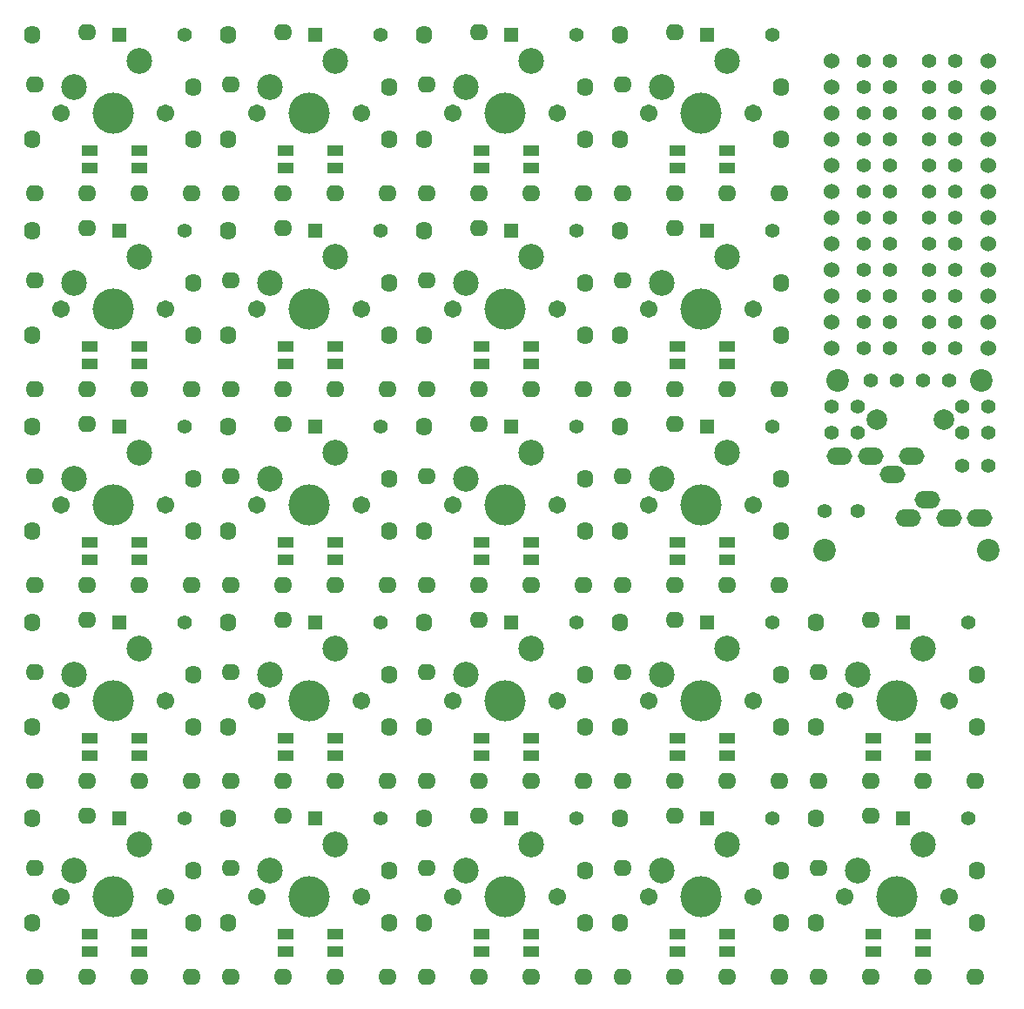
<source format=gbs>
G04 #@! TF.FileFunction,Soldermask,Bot*
%FSLAX46Y46*%
G04 Gerber Fmt 4.6, Leading zero omitted, Abs format (unit mm)*
G04 Created by KiCad (PCBNEW 4.0.7-e2-6376~61~ubuntu18.04.1) date Mon Jul 30 20:02:34 2018*
%MOMM*%
%LPD*%
G01*
G04 APERTURE LIST*
%ADD10C,0.150000*%
%ADD11C,1.400000*%
%ADD12R,1.400000X1.400000*%
%ADD13O,1.800000X1.600000*%
%ADD14O,1.600000X1.800000*%
%ADD15R,1.600000X1.000000*%
%ADD16C,1.710000*%
%ADD17C,2.500000*%
%ADD18C,4.000000*%
%ADD19C,1.397000*%
%ADD20O,2.500000X1.700000*%
%ADD21C,1.524000*%
%ADD22C,2.200000*%
%ADD23C,2.000000*%
G04 APERTURE END LIST*
D10*
D11*
X171450000Y-122555000D03*
D12*
X165100000Y-122555000D03*
D11*
X171450000Y-103505000D03*
D12*
X165100000Y-103505000D03*
D13*
X161925000Y-122355000D03*
X156845000Y-118945000D03*
D14*
X156645000Y-122555000D03*
D13*
X161925000Y-118945000D03*
D14*
X156645000Y-132715000D03*
D13*
X156845000Y-137995000D03*
X156845000Y-127435000D03*
X172085000Y-118945000D03*
D15*
X167005000Y-116522500D03*
X167005000Y-114772500D03*
X162205000Y-114772500D03*
X162205000Y-116522500D03*
D14*
X172285000Y-113665000D03*
D13*
X167005000Y-118945000D03*
D14*
X156645000Y-113665000D03*
X156645000Y-103505000D03*
X172285000Y-108585000D03*
D13*
X161925000Y-103305000D03*
D16*
X169545000Y-111125000D03*
D17*
X167005000Y-106045000D03*
D18*
X164465000Y-111125000D03*
D17*
X160655000Y-108585000D03*
D16*
X159385000Y-111125000D03*
D13*
X156845000Y-108385000D03*
X161925000Y-137995000D03*
X172085000Y-137995000D03*
D15*
X167005000Y-135572500D03*
X167005000Y-133822500D03*
X162205000Y-133822500D03*
X162205000Y-135572500D03*
D14*
X172285000Y-127635000D03*
X172285000Y-132715000D03*
D16*
X169545000Y-130175000D03*
D17*
X167005000Y-125095000D03*
D18*
X164465000Y-130175000D03*
D17*
X160655000Y-127635000D03*
D16*
X159385000Y-130175000D03*
D13*
X167005000Y-137995000D03*
D11*
X152400000Y-122555000D03*
D12*
X146050000Y-122555000D03*
D11*
X133350000Y-122555000D03*
D12*
X127000000Y-122555000D03*
D11*
X114300000Y-122555000D03*
D12*
X107950000Y-122555000D03*
D11*
X95250000Y-122555000D03*
D12*
X88900000Y-122555000D03*
D11*
X152400000Y-103505000D03*
D12*
X146050000Y-103505000D03*
D11*
X133350000Y-103505000D03*
D12*
X127000000Y-103505000D03*
D11*
X114300000Y-103505000D03*
D12*
X107950000Y-103505000D03*
D11*
X95250000Y-103505000D03*
D12*
X88900000Y-103505000D03*
D11*
X152400000Y-84455000D03*
D12*
X146050000Y-84455000D03*
D11*
X133350000Y-84455000D03*
D12*
X127000000Y-84455000D03*
D11*
X114300000Y-84455000D03*
D12*
X107950000Y-84455000D03*
D11*
X95250000Y-84455000D03*
D12*
X88900000Y-84455000D03*
D11*
X152400000Y-65405000D03*
D12*
X146050000Y-65405000D03*
D11*
X133350000Y-65405000D03*
D12*
X127000000Y-65405000D03*
D11*
X114300000Y-65405000D03*
D12*
X107950000Y-65405000D03*
D11*
X95250000Y-65405000D03*
D12*
X88900000Y-65405000D03*
D11*
X152400000Y-46355000D03*
D12*
X146050000Y-46355000D03*
D11*
X133350000Y-46355000D03*
D12*
X127000000Y-46355000D03*
D11*
X114300000Y-46355000D03*
D12*
X107950000Y-46355000D03*
D14*
X137595000Y-132715000D03*
X118545000Y-132715000D03*
X99495000Y-132715000D03*
X80445000Y-132715000D03*
X137595000Y-113665000D03*
X118545000Y-113665000D03*
X99495000Y-113665000D03*
X80445000Y-113665000D03*
X137595000Y-94615000D03*
X118545000Y-94615000D03*
X99495000Y-94615000D03*
X80445000Y-94615000D03*
X137595000Y-75565000D03*
X118545000Y-75565000D03*
X99495000Y-75565000D03*
X80445000Y-75565000D03*
X137595000Y-56515000D03*
X118545000Y-56515000D03*
X99495000Y-56515000D03*
D13*
X137795000Y-137995000D03*
X118745000Y-137995000D03*
X99695000Y-137995000D03*
X80645000Y-137995000D03*
X137795000Y-118945000D03*
X118745000Y-118945000D03*
X99695000Y-118945000D03*
X80645000Y-118945000D03*
X137795000Y-99895000D03*
X118745000Y-99895000D03*
X99695000Y-99895000D03*
X80645000Y-99895000D03*
X137795000Y-80845000D03*
X118745000Y-80845000D03*
X99695000Y-80845000D03*
X80645000Y-80845000D03*
X137795000Y-61795000D03*
X118745000Y-61795000D03*
X99695000Y-61795000D03*
X137795000Y-127435000D03*
X118745000Y-127435000D03*
X99695000Y-127435000D03*
X80645000Y-127435000D03*
X137795000Y-108385000D03*
X118745000Y-108385000D03*
X99695000Y-108385000D03*
X80645000Y-108385000D03*
X137795000Y-89335000D03*
X118745000Y-89335000D03*
X99695000Y-89335000D03*
X80645000Y-89335000D03*
X137795000Y-70285000D03*
X118745000Y-70285000D03*
X99695000Y-70285000D03*
X80645000Y-70285000D03*
X137795000Y-51235000D03*
X118745000Y-51235000D03*
X99695000Y-51235000D03*
X142875000Y-122355000D03*
X123825000Y-122355000D03*
X104775000Y-122355000D03*
X85725000Y-122355000D03*
X142875000Y-103305000D03*
X123825000Y-103305000D03*
X104775000Y-103305000D03*
X85725000Y-103305000D03*
X142875000Y-84255000D03*
X123825000Y-84255000D03*
X104775000Y-84255000D03*
X85725000Y-84255000D03*
X142875000Y-65205000D03*
X123825000Y-65205000D03*
X104775000Y-65205000D03*
X85725000Y-65205000D03*
X142875000Y-46155000D03*
X123825000Y-46155000D03*
X104775000Y-46155000D03*
D14*
X137595000Y-122555000D03*
X118545000Y-122555000D03*
X99495000Y-122555000D03*
X80445000Y-122555000D03*
X137595000Y-103505000D03*
X118545000Y-103505000D03*
X99495000Y-103505000D03*
X80445000Y-103505000D03*
X137595000Y-84455000D03*
X118545000Y-84455000D03*
X99495000Y-84455000D03*
X80445000Y-84455000D03*
X137595000Y-65405000D03*
X118545000Y-65405000D03*
X99495000Y-65405000D03*
X80445000Y-65405000D03*
X137595000Y-46355000D03*
X118545000Y-46355000D03*
X99495000Y-46355000D03*
D13*
X142875000Y-137995000D03*
X123825000Y-137995000D03*
X104775000Y-137995000D03*
X85725000Y-137995000D03*
X142875000Y-118945000D03*
X123825000Y-118945000D03*
X104775000Y-118945000D03*
X85725000Y-118945000D03*
X142875000Y-99895000D03*
X123825000Y-99895000D03*
X104775000Y-99895000D03*
X85725000Y-99895000D03*
X142875000Y-80845000D03*
X123825000Y-80845000D03*
X104775000Y-80845000D03*
X85725000Y-80845000D03*
X142875000Y-61795000D03*
X123825000Y-61795000D03*
X104775000Y-61795000D03*
D14*
X153235000Y-127635000D03*
X134185000Y-127635000D03*
X115135000Y-127635000D03*
X96085000Y-127635000D03*
X153235000Y-108585000D03*
X134185000Y-108585000D03*
X115135000Y-108585000D03*
X96085000Y-108585000D03*
X153235000Y-89535000D03*
X134185000Y-89535000D03*
X115135000Y-89535000D03*
X96085000Y-89535000D03*
X153235000Y-70485000D03*
X134185000Y-70485000D03*
X115135000Y-70485000D03*
X96085000Y-70485000D03*
X153235000Y-51435000D03*
X134185000Y-51435000D03*
X115135000Y-51435000D03*
D15*
X147955000Y-135572500D03*
X147955000Y-133822500D03*
X143155000Y-133822500D03*
X143155000Y-135572500D03*
X128905000Y-135572500D03*
X128905000Y-133822500D03*
X124105000Y-133822500D03*
X124105000Y-135572500D03*
X109855000Y-135572500D03*
X109855000Y-133822500D03*
X105055000Y-133822500D03*
X105055000Y-135572500D03*
X90805000Y-135572500D03*
X90805000Y-133822500D03*
X86005000Y-133822500D03*
X86005000Y-135572500D03*
X147955000Y-116522500D03*
X147955000Y-114772500D03*
X143155000Y-114772500D03*
X143155000Y-116522500D03*
X128905000Y-116522500D03*
X128905000Y-114772500D03*
X124105000Y-114772500D03*
X124105000Y-116522500D03*
X109855000Y-116522500D03*
X109855000Y-114772500D03*
X105055000Y-114772500D03*
X105055000Y-116522500D03*
X90805000Y-116522500D03*
X90805000Y-114772500D03*
X86005000Y-114772500D03*
X86005000Y-116522500D03*
X147955000Y-97472500D03*
X147955000Y-95722500D03*
X143155000Y-95722500D03*
X143155000Y-97472500D03*
X128905000Y-97472500D03*
X128905000Y-95722500D03*
X124105000Y-95722500D03*
X124105000Y-97472500D03*
X109855000Y-97472500D03*
X109855000Y-95722500D03*
X105055000Y-95722500D03*
X105055000Y-97472500D03*
X90805000Y-97472500D03*
X90805000Y-95722500D03*
X86005000Y-95722500D03*
X86005000Y-97472500D03*
X147955000Y-78422500D03*
X147955000Y-76672500D03*
X143155000Y-76672500D03*
X143155000Y-78422500D03*
X128905000Y-78422500D03*
X128905000Y-76672500D03*
X124105000Y-76672500D03*
X124105000Y-78422500D03*
X109855000Y-78422500D03*
X109855000Y-76672500D03*
X105055000Y-76672500D03*
X105055000Y-78422500D03*
X90805000Y-78422500D03*
X90805000Y-76672500D03*
X86005000Y-76672500D03*
X86005000Y-78422500D03*
X147955000Y-59372500D03*
X147955000Y-57622500D03*
X143155000Y-57622500D03*
X143155000Y-59372500D03*
X128905000Y-59372500D03*
X128905000Y-57622500D03*
X124105000Y-57622500D03*
X124105000Y-59372500D03*
X109855000Y-59372500D03*
X109855000Y-57622500D03*
X105055000Y-57622500D03*
X105055000Y-59372500D03*
D14*
X153235000Y-132715000D03*
X134185000Y-132715000D03*
X115135000Y-132715000D03*
X96085000Y-132715000D03*
X153235000Y-113665000D03*
X134185000Y-113665000D03*
X115135000Y-113665000D03*
X96085000Y-113665000D03*
X153235000Y-94615000D03*
X134185000Y-94615000D03*
X115135000Y-94615000D03*
X96085000Y-94615000D03*
X153235000Y-75565000D03*
X134185000Y-75565000D03*
X115135000Y-75565000D03*
X96085000Y-75565000D03*
X153235000Y-56515000D03*
X134185000Y-56515000D03*
X115135000Y-56515000D03*
D13*
X147955000Y-137995000D03*
X128905000Y-137995000D03*
X109855000Y-137995000D03*
X90805000Y-137995000D03*
X147955000Y-118945000D03*
X128905000Y-118945000D03*
X109855000Y-118945000D03*
X90805000Y-118945000D03*
X147955000Y-99895000D03*
X128905000Y-99895000D03*
X109855000Y-99895000D03*
X90805000Y-99895000D03*
X147955000Y-80845000D03*
X128905000Y-80845000D03*
X109855000Y-80845000D03*
X90805000Y-80845000D03*
X147955000Y-61795000D03*
X128905000Y-61795000D03*
X109855000Y-61795000D03*
D16*
X150495000Y-130175000D03*
D17*
X147955000Y-125095000D03*
D18*
X145415000Y-130175000D03*
D17*
X141605000Y-127635000D03*
D16*
X140335000Y-130175000D03*
X131445000Y-130175000D03*
D17*
X128905000Y-125095000D03*
D18*
X126365000Y-130175000D03*
D17*
X122555000Y-127635000D03*
D16*
X121285000Y-130175000D03*
X112395000Y-130175000D03*
D17*
X109855000Y-125095000D03*
D18*
X107315000Y-130175000D03*
D17*
X103505000Y-127635000D03*
D16*
X102235000Y-130175000D03*
X93345000Y-130175000D03*
D17*
X90805000Y-125095000D03*
D18*
X88265000Y-130175000D03*
D17*
X84455000Y-127635000D03*
D16*
X83185000Y-130175000D03*
X150495000Y-111125000D03*
D17*
X147955000Y-106045000D03*
D18*
X145415000Y-111125000D03*
D17*
X141605000Y-108585000D03*
D16*
X140335000Y-111125000D03*
X131445000Y-111125000D03*
D17*
X128905000Y-106045000D03*
D18*
X126365000Y-111125000D03*
D17*
X122555000Y-108585000D03*
D16*
X121285000Y-111125000D03*
X112395000Y-111125000D03*
D17*
X109855000Y-106045000D03*
D18*
X107315000Y-111125000D03*
D17*
X103505000Y-108585000D03*
D16*
X102235000Y-111125000D03*
X93345000Y-111125000D03*
D17*
X90805000Y-106045000D03*
D18*
X88265000Y-111125000D03*
D17*
X84455000Y-108585000D03*
D16*
X83185000Y-111125000D03*
X150495000Y-92075000D03*
D17*
X147955000Y-86995000D03*
D18*
X145415000Y-92075000D03*
D17*
X141605000Y-89535000D03*
D16*
X140335000Y-92075000D03*
X131445000Y-92075000D03*
D17*
X128905000Y-86995000D03*
D18*
X126365000Y-92075000D03*
D17*
X122555000Y-89535000D03*
D16*
X121285000Y-92075000D03*
X112395000Y-92075000D03*
D17*
X109855000Y-86995000D03*
D18*
X107315000Y-92075000D03*
D17*
X103505000Y-89535000D03*
D16*
X102235000Y-92075000D03*
X93345000Y-92075000D03*
D17*
X90805000Y-86995000D03*
D18*
X88265000Y-92075000D03*
D17*
X84455000Y-89535000D03*
D16*
X83185000Y-92075000D03*
X150495000Y-73025000D03*
D17*
X147955000Y-67945000D03*
D18*
X145415000Y-73025000D03*
D17*
X141605000Y-70485000D03*
D16*
X140335000Y-73025000D03*
X131445000Y-73025000D03*
D17*
X128905000Y-67945000D03*
D18*
X126365000Y-73025000D03*
D17*
X122555000Y-70485000D03*
D16*
X121285000Y-73025000D03*
X112395000Y-73025000D03*
D17*
X109855000Y-67945000D03*
D18*
X107315000Y-73025000D03*
D17*
X103505000Y-70485000D03*
D16*
X102235000Y-73025000D03*
X93345000Y-73025000D03*
D17*
X90805000Y-67945000D03*
D18*
X88265000Y-73025000D03*
D17*
X84455000Y-70485000D03*
D16*
X83185000Y-73025000D03*
X150495000Y-53975000D03*
D17*
X147955000Y-48895000D03*
D18*
X145415000Y-53975000D03*
D17*
X141605000Y-51435000D03*
D16*
X140335000Y-53975000D03*
X131445000Y-53975000D03*
D17*
X128905000Y-48895000D03*
D18*
X126365000Y-53975000D03*
D17*
X122555000Y-51435000D03*
D16*
X121285000Y-53975000D03*
X112395000Y-53975000D03*
D17*
X109855000Y-48895000D03*
D18*
X107315000Y-53975000D03*
D17*
X103505000Y-51435000D03*
D16*
X102235000Y-53975000D03*
D13*
X153035000Y-137995000D03*
X133985000Y-137995000D03*
X114935000Y-137995000D03*
X95885000Y-137995000D03*
X153035000Y-118945000D03*
X133985000Y-118945000D03*
X114935000Y-118945000D03*
X95885000Y-118945000D03*
X153035000Y-99895000D03*
X133985000Y-99895000D03*
X114935000Y-99895000D03*
X95885000Y-99895000D03*
X153035000Y-80845000D03*
X133985000Y-80845000D03*
X114935000Y-80845000D03*
X95885000Y-80845000D03*
X153035000Y-61795000D03*
X133985000Y-61795000D03*
X114935000Y-61795000D03*
D19*
X173355000Y-85090000D03*
X170815000Y-85090000D03*
X170815000Y-82550000D03*
X173355000Y-82550000D03*
X158115000Y-85090000D03*
X160655000Y-85090000D03*
D20*
X158925000Y-87395000D03*
X161925000Y-87395000D03*
X165925000Y-87395000D03*
X167425000Y-91595000D03*
D19*
X158115000Y-82550000D03*
X160655000Y-82550000D03*
X161925000Y-80010000D03*
X164465000Y-80010000D03*
X167005000Y-80010000D03*
X169545000Y-80010000D03*
X170180000Y-66675000D03*
X167640000Y-64135000D03*
X167640000Y-66675000D03*
X170180000Y-69215000D03*
X167640000Y-69215000D03*
X170180000Y-64135000D03*
X170180000Y-71755000D03*
X167640000Y-71755000D03*
X170180000Y-74295000D03*
X167640000Y-74295000D03*
X170180000Y-76835000D03*
X167640000Y-76835000D03*
X161290000Y-74295000D03*
X163830000Y-76835000D03*
X163830000Y-74295000D03*
X163830000Y-71755000D03*
X161290000Y-71755000D03*
X161290000Y-76835000D03*
X161290000Y-69215000D03*
X163830000Y-69215000D03*
X161290000Y-66675000D03*
X163830000Y-66675000D03*
X161290000Y-64135000D03*
X163830000Y-64135000D03*
X161290000Y-61595000D03*
D21*
X173355000Y-48895000D03*
X173355000Y-51435000D03*
X173355000Y-53975000D03*
X173355000Y-56515000D03*
X173355000Y-59055000D03*
X173355000Y-61595000D03*
X173355000Y-64135000D03*
X173355000Y-66675000D03*
X173355000Y-69215000D03*
X173355000Y-71755000D03*
X173355000Y-74295000D03*
X173355000Y-76835000D03*
X158115000Y-76835000D03*
X158115000Y-74295000D03*
X158115000Y-71755000D03*
X158115000Y-69215000D03*
X158115000Y-66675000D03*
X158115000Y-64135000D03*
X158115000Y-61595000D03*
X158115000Y-59055000D03*
X158115000Y-56515000D03*
X158115000Y-53975000D03*
X158115000Y-51435000D03*
X158115000Y-48895000D03*
D19*
X173355000Y-88265000D03*
X170815000Y-88265000D03*
X160655000Y-92710000D03*
X157480000Y-92710000D03*
X167640000Y-59055000D03*
X167640000Y-61595000D03*
X167640000Y-48895000D03*
X167640000Y-53975000D03*
X167640000Y-56515000D03*
X167640000Y-51435000D03*
X163830000Y-59055000D03*
X163830000Y-61595000D03*
X163830000Y-48895000D03*
X163830000Y-53975000D03*
X163830000Y-56515000D03*
X163830000Y-51435000D03*
X170180000Y-61595000D03*
X170180000Y-48895000D03*
X170180000Y-59055000D03*
X170180000Y-53975000D03*
X170180000Y-51435000D03*
X170180000Y-56515000D03*
X161290000Y-59055000D03*
X161290000Y-56515000D03*
X161290000Y-53975000D03*
X161290000Y-51435000D03*
D20*
X172545000Y-93345000D03*
X169545000Y-93345000D03*
X165545000Y-93345000D03*
X164045000Y-89145000D03*
D19*
X161290000Y-48895000D03*
D22*
X172720000Y-80010000D03*
X158750000Y-80010000D03*
X173355000Y-96520000D03*
D23*
X169060000Y-83820000D03*
X162560000Y-83820000D03*
D22*
X157480000Y-96520000D03*
D16*
X93345000Y-53975000D03*
D17*
X90805000Y-48895000D03*
D18*
X88265000Y-53975000D03*
D17*
X84455000Y-51435000D03*
D16*
X83185000Y-53975000D03*
D11*
X95250000Y-46355000D03*
D12*
X88900000Y-46355000D03*
D15*
X90805000Y-59372500D03*
X90805000Y-57622500D03*
X86005000Y-57622500D03*
X86005000Y-59372500D03*
D13*
X85725000Y-46155000D03*
X80645000Y-51235000D03*
X85725000Y-61795000D03*
X80645000Y-61795000D03*
X95885000Y-61795000D03*
X90805000Y-61795000D03*
D14*
X96085000Y-56515000D03*
X96085000Y-51435000D03*
X80445000Y-46355000D03*
X80445000Y-56515000D03*
M02*

</source>
